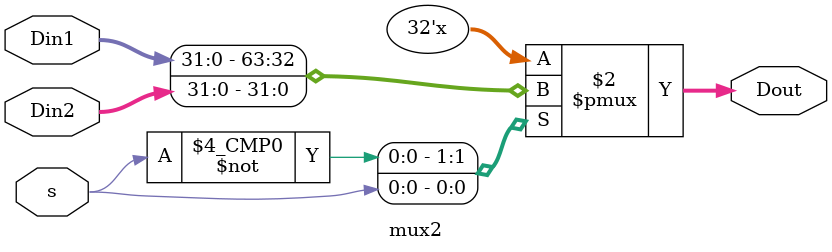
<source format=sv>
`timescale 1ns/1ps
module mux2 #(parameter WIDTH = 32)
(
    output logic [WIDTH-1:0] Dout,
    input  logic [WIDTH-1:0] Din1,
    input  logic [WIDTH-1:0] Din2,
    input  logic             s
);

    always_comb begin
        case (s)
            1'b0: Dout = Din1;
            1'b1: Dout = Din2;
            default: Dout = Din1;
        endcase
    end

endmodule


</source>
